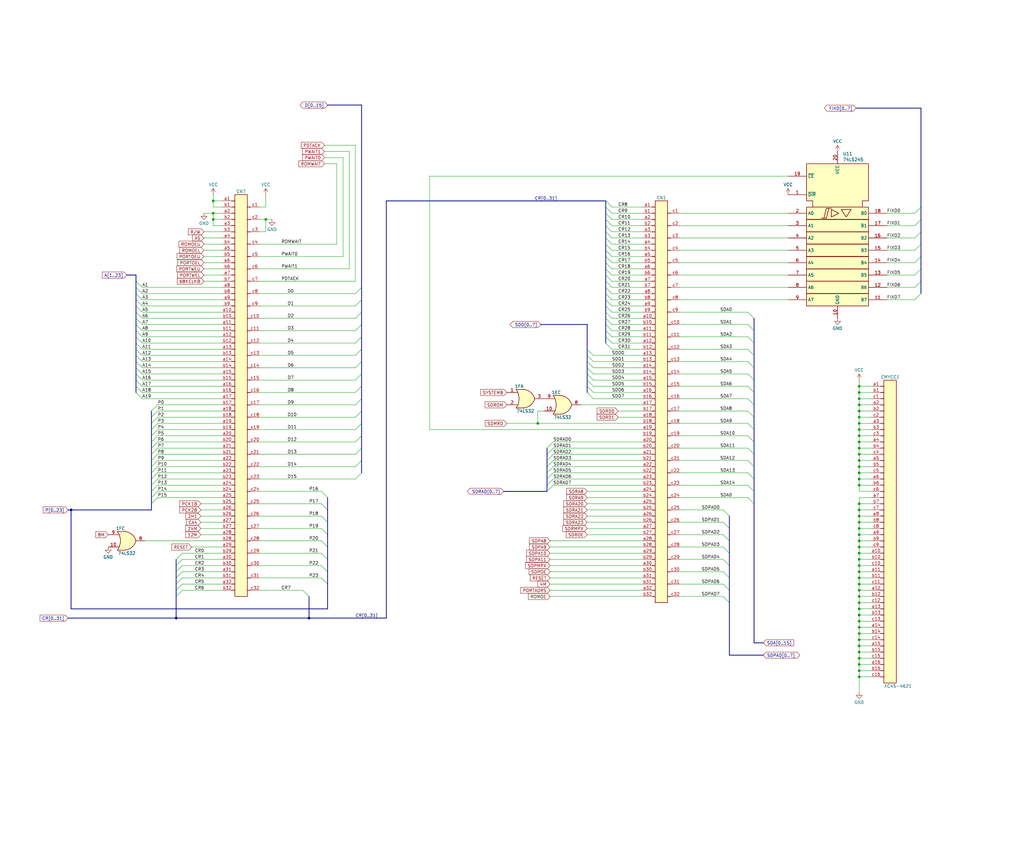
<source format=kicad_sch>
(kicad_sch (version 20230121) (generator eeschema)
  (paper "User" 420.827 349.377)
  (title_block (title "Daughterboard connectors") (date "2023-08-15") (company "SNK") (comment 3 "Converted by Frater ") (comment 4 "NEO-GEO MVS MV1F") (comment 9 "https://github.com/Neo-Geo-Hardwares/Schematics-MV1F"))
  (junction (at 353.06 250.19))
  (junction (at 127 254))
  (junction (at 353.06 275.59))
  (junction (at 353.06 255.27))
  (junction (at 353.06 189.23))
  (junction (at 220.98 173.99))
  (junction (at 29.21 209.55))
  (junction (at 353.06 262.89))
  (junction (at 353.06 270.51))
  (junction (at 353.06 166.37))
  (junction (at 353.06 194.31))
  (junction (at 353.06 179.07))
  (junction (at 353.06 260.35))
  (junction (at 353.06 257.81))
  (junction (at 353.06 171.45))
  (junction (at 353.06 217.17))
  (junction (at 353.06 209.55))
  (junction (at 353.06 273.05))
  (junction (at 353.06 265.43))
  (junction (at 353.06 212.09))
  (junction (at 353.06 237.49))
  (junction (at 87.63 90.17))
  (junction (at 353.06 219.71))
  (junction (at 353.06 227.33))
  (junction (at 353.06 161.29))
  (junction (at 353.06 163.83))
  (junction (at 353.06 191.77))
  (junction (at 353.06 199.39))
  (junction (at 353.06 181.61))
  (junction (at 353.06 232.41))
  (junction (at 353.06 173.99))
  (junction (at 353.06 196.85))
  (junction (at 353.06 186.69))
  (junction (at 353.06 176.53))
  (junction (at 353.06 229.87))
  (junction (at 353.06 214.63))
  (junction (at 109.22 90.17))
  (junction (at 353.06 207.01))
  (junction (at 353.06 242.57))
  (junction (at 353.06 240.03))
  (junction (at 353.06 234.95))
  (junction (at 353.06 184.15))
  (junction (at 353.06 278.13))
  (junction (at 353.06 168.91))
  (junction (at 353.06 252.73))
  (junction (at 353.06 222.25))
  (junction (at 87.63 87.63))
  (junction (at 87.63 82.55))
  (junction (at 353.06 247.65))
  (junction (at 353.06 158.75))
  (junction (at 353.06 245.11))
  (junction (at 72.39 254))
  (junction (at 353.06 224.79))
  (junction (at 353.06 267.97))
  (bus_entry (at 309.88 135.89) (size -2.54 -2.54))
  (bus_entry (at 55.88 148.59) (size 2.54 2.54))
  (bus_entry (at 55.88 161.29) (size 2.54 2.54))
  (bus_entry (at 309.88 201.93) (size -2.54 -2.54))
  (bus_entry (at 134.62 204.47) (size -2.54 -2.54))
  (bus_entry (at 148.59 179.07) (size -2.54 2.54))
  (bus_entry (at 299.72 232.41) (size -2.54 -2.54))
  (bus_entry (at 248.92 133.35) (size 2.54 2.54))
  (bus_entry (at 55.88 118.11) (size 2.54 2.54))
  (bus_entry (at 248.92 140.97) (size 2.54 2.54))
  (bus_entry (at 148.59 148.59) (size -2.54 2.54))
  (bus_entry (at 62.23 189.23) (size 2.54 -2.54))
  (bus_entry (at 62.23 204.47) (size 2.54 -2.54))
  (bus_entry (at 309.88 196.85) (size -2.54 -2.54))
  (bus_entry (at 248.92 113.03) (size 2.54 2.54))
  (bus_entry (at 55.88 156.21) (size 2.54 2.54))
  (bus_entry (at 248.92 115.57) (size 2.54 2.54))
  (bus_entry (at 134.62 219.71) (size -2.54 -2.54))
  (bus_entry (at 309.88 191.77) (size -2.54 -2.54))
  (bus_entry (at 55.88 143.51) (size 2.54 2.54))
  (bus_entry (at 62.23 181.61) (size 2.54 -2.54))
  (bus_entry (at 248.92 120.65) (size 2.54 2.54))
  (bus_entry (at 248.92 123.19) (size 2.54 2.54))
  (bus_entry (at 62.23 196.85) (size 2.54 -2.54))
  (bus_entry (at 62.23 194.31) (size 2.54 -2.54))
  (bus_entry (at 248.92 135.89) (size 2.54 2.54))
  (bus_entry (at 148.59 133.35) (size -2.54 2.54))
  (bus_entry (at 248.92 85.09) (size 2.54 2.54))
  (bus_entry (at 248.92 125.73) (size 2.54 2.54))
  (bus_entry (at 248.92 102.87) (size 2.54 2.54))
  (bus_entry (at 241.3 161.29) (size 2.54 2.54))
  (bus_entry (at 241.3 153.67) (size 2.54 2.54))
  (bus_entry (at 378.46 120.65) (size -2.54 2.54))
  (bus_entry (at 309.88 151.13) (size -2.54 -2.54))
  (bus_entry (at 134.62 209.55) (size -2.54 -2.54))
  (bus_entry (at 148.59 138.43) (size -2.54 2.54))
  (bus_entry (at 134.62 234.95) (size -2.54 -2.54))
  (bus_entry (at 299.72 242.57) (size -2.54 -2.54))
  (bus_entry (at 55.88 151.13) (size 2.54 2.54))
  (bus_entry (at 224.79 196.85) (size 2.54 -2.54))
  (bus_entry (at 299.72 212.09) (size -2.54 -2.54))
  (bus_entry (at 62.23 199.39) (size 2.54 -2.54))
  (bus_entry (at 378.46 90.17) (size -2.54 2.54))
  (bus_entry (at 55.88 153.67) (size 2.54 2.54))
  (bus_entry (at 148.59 194.31) (size -2.54 2.54))
  (bus_entry (at 62.23 186.69) (size 2.54 -2.54))
  (bus_entry (at 148.59 158.75) (size -2.54 2.54))
  (bus_entry (at 62.23 168.91) (size 2.54 -2.54))
  (bus_entry (at 55.88 123.19) (size 2.54 2.54))
  (bus_entry (at 148.59 168.91) (size -2.54 2.54))
  (bus_entry (at 62.23 171.45) (size 2.54 -2.54))
  (bus_entry (at 309.88 166.37) (size -2.54 -2.54))
  (bus_entry (at 127 245.11) (size -2.54 -2.54))
  (bus_entry (at 248.92 130.81) (size 2.54 2.54))
  (bus_entry (at 309.88 140.97) (size -2.54 -2.54))
  (bus_entry (at 72.39 245.11) (size 2.54 -2.54))
  (bus_entry (at 134.62 224.79) (size -2.54 -2.54))
  (bus_entry (at 224.79 186.69) (size 2.54 -2.54))
  (bus_entry (at 62.23 201.93) (size 2.54 -2.54))
  (bus_entry (at 62.23 179.07) (size 2.54 -2.54))
  (bus_entry (at 55.88 138.43) (size 2.54 2.54))
  (bus_entry (at 55.88 158.75) (size 2.54 2.54))
  (bus_entry (at 72.39 240.03) (size 2.54 -2.54))
  (bus_entry (at 148.59 184.15) (size -2.54 2.54))
  (bus_entry (at 299.72 237.49) (size -2.54 -2.54))
  (bus_entry (at 248.92 138.43) (size 2.54 2.54))
  (bus_entry (at 378.46 85.09) (size -2.54 2.54))
  (bus_entry (at 378.46 115.57) (size -2.54 2.54))
  (bus_entry (at 55.88 140.97) (size 2.54 2.54))
  (bus_entry (at 241.3 151.13) (size 2.54 2.54))
  (bus_entry (at 62.23 176.53) (size 2.54 -2.54))
  (bus_entry (at 55.88 130.81) (size 2.54 2.54))
  (bus_entry (at 309.88 156.21) (size -2.54 -2.54))
  (bus_entry (at 378.46 105.41) (size -2.54 2.54))
  (bus_entry (at 148.59 173.99) (size -2.54 2.54))
  (bus_entry (at 62.23 184.15) (size 2.54 -2.54))
  (bus_entry (at 224.79 184.15) (size 2.54 -2.54))
  (bus_entry (at 55.88 115.57) (size 2.54 2.54))
  (bus_entry (at 378.46 95.25) (size -2.54 2.54))
  (bus_entry (at 148.59 153.67) (size -2.54 2.54))
  (bus_entry (at 134.62 229.87) (size -2.54 -2.54))
  (bus_entry (at 148.59 128.27) (size -2.54 2.54))
  (bus_entry (at 248.92 107.95) (size 2.54 2.54))
  (bus_entry (at 224.79 194.31) (size 2.54 -2.54))
  (bus_entry (at 55.88 128.27) (size 2.54 2.54))
  (bus_entry (at 134.62 240.03) (size -2.54 -2.54))
  (bus_entry (at 62.23 173.99) (size 2.54 -2.54))
  (bus_entry (at 248.92 90.17) (size 2.54 2.54))
  (bus_entry (at 299.72 217.17) (size -2.54 -2.54))
  (bus_entry (at 224.79 191.77) (size 2.54 -2.54))
  (bus_entry (at 299.72 247.65) (size -2.54 -2.54))
  (bus_entry (at 224.79 199.39) (size 2.54 -2.54))
  (bus_entry (at 148.59 143.51) (size -2.54 2.54))
  (bus_entry (at 224.79 201.93) (size 2.54 -2.54))
  (bus_entry (at 309.88 130.81) (size -2.54 -2.54))
  (bus_entry (at 248.92 118.11) (size 2.54 2.54))
  (bus_entry (at 134.62 214.63) (size -2.54 -2.54))
  (bus_entry (at 241.3 143.51) (size 2.54 2.54))
  (bus_entry (at 72.39 234.95) (size 2.54 -2.54))
  (bus_entry (at 309.88 146.05) (size -2.54 -2.54))
  (bus_entry (at 55.88 125.73) (size 2.54 2.54))
  (bus_entry (at 62.23 191.77) (size 2.54 -2.54))
  (bus_entry (at 309.88 171.45) (size -2.54 -2.54))
  (bus_entry (at 248.92 92.71) (size 2.54 2.54))
  (bus_entry (at 248.92 97.79) (size 2.54 2.54))
  (bus_entry (at 309.88 181.61) (size -2.54 -2.54))
  (bus_entry (at 248.92 82.55) (size 2.54 2.54))
  (bus_entry (at 241.3 146.05) (size 2.54 2.54))
  (bus_entry (at 241.3 156.21) (size 2.54 2.54))
  (bus_entry (at 55.88 146.05) (size 2.54 2.54))
  (bus_entry (at 224.79 189.23) (size 2.54 -2.54))
  (bus_entry (at 55.88 133.35) (size 2.54 2.54))
  (bus_entry (at 248.92 87.63) (size 2.54 2.54))
  (bus_entry (at 62.23 207.01) (size 2.54 -2.54))
  (bus_entry (at 299.72 222.25) (size -2.54 -2.54))
  (bus_entry (at 309.88 186.69) (size -2.54 -2.54))
  (bus_entry (at 148.59 123.19) (size -2.54 2.54))
  (bus_entry (at 309.88 161.29) (size -2.54 -2.54))
  (bus_entry (at 55.88 120.65) (size 2.54 2.54))
  (bus_entry (at 148.59 189.23) (size -2.54 2.54))
  (bus_entry (at 299.72 227.33) (size -2.54 -2.54))
  (bus_entry (at 378.46 110.49) (size -2.54 2.54))
  (bus_entry (at 241.3 158.75) (size 2.54 2.54))
  (bus_entry (at 309.88 176.53) (size -2.54 -2.54))
  (bus_entry (at 248.92 100.33) (size 2.54 2.54))
  (bus_entry (at 378.46 100.33) (size -2.54 2.54))
  (bus_entry (at 72.39 242.57) (size 2.54 -2.54))
  (bus_entry (at 248.92 128.27) (size 2.54 2.54))
  (bus_entry (at 309.88 207.01) (size -2.54 -2.54))
  (bus_entry (at 248.92 105.41) (size 2.54 2.54))
  (bus_entry (at 248.92 110.49) (size 2.54 2.54))
  (bus_entry (at 148.59 163.83) (size -2.54 2.54))
  (bus_entry (at 72.39 237.49) (size 2.54 -2.54))
  (bus_entry (at 241.3 148.59) (size 2.54 2.54))
  (bus_entry (at 55.88 135.89) (size 2.54 2.54))
  (bus_entry (at 72.39 229.87) (size 2.54 -2.54))
  (bus_entry (at 248.92 95.25) (size 2.54 2.54))
  (bus_entry (at 148.59 118.11) (size -2.54 2.54))
  (bus_entry (at 72.39 232.41) (size 2.54 -2.54))
  (wire (pts (xy 87.63 92.71) (xy 87.63 90.17)))
  (wire (pts (xy 106.68 201.93) (xy 132.08 201.93)))
  (wire (pts (xy 279.4 97.79) (xy 323.85 97.79)))
  (wire (pts (xy 251.46 87.63) (xy 264.16 87.63)))
  (wire (pts (xy 353.06 252.73) (xy 358.14 252.73)))
  (wire (pts (xy 87.63 90.17) (xy 91.44 90.17)))
  (bus (pts (xy 55.88 113.03) (xy 55.88 115.57)))
  (wire (pts (xy 251.46 95.25) (xy 264.16 95.25)))
  (wire (pts (xy 353.06 184.15) (xy 358.14 184.15)))
  (bus (pts (xy 55.88 156.21) (xy 55.88 158.75)))
  (wire (pts (xy 83.82 97.79) (xy 91.44 97.79)))
  (wire (pts (xy 140.97 64.77) (xy 140.97 105.41)))
  (wire (pts (xy 227.33 186.69) (xy 264.16 186.69)))
  (wire (pts (xy 251.46 85.09) (xy 264.16 85.09)))
  (bus (pts (xy 241.3 156.21) (xy 241.3 158.75)))
  (wire (pts (xy 138.43 100.33) (xy 106.68 100.33)))
  (wire (pts (xy 353.06 278.13) (xy 353.06 275.59)))
  (wire (pts (xy 106.68 171.45) (xy 146.05 171.45)))
  (bus (pts (xy 309.88 191.77) (xy 309.88 196.85)))
  (wire (pts (xy 353.06 168.91) (xy 353.06 171.45)))
  (wire (pts (xy 279.4 128.27) (xy 307.34 128.27)))
  (wire (pts (xy 106.68 135.89) (xy 146.05 135.89)))
  (bus (pts (xy 148.59 148.59) (xy 148.59 153.67)))
  (bus (pts (xy 62.23 209.55) (xy 62.23 207.01)))
  (wire (pts (xy 106.68 217.17) (xy 132.08 217.17)))
  (wire (pts (xy 64.77 171.45) (xy 91.44 171.45)))
  (wire (pts (xy 226.06 240.03) (xy 264.16 240.03)))
  (bus (pts (xy 148.59 153.67) (xy 148.59 158.75)))
  (wire (pts (xy 74.93 234.95) (xy 91.44 234.95)))
  (bus (pts (xy 299.72 222.25) (xy 299.72 227.33)))
  (wire (pts (xy 223.52 168.91) (xy 220.98 168.91)))
  (wire (pts (xy 353.06 232.41) (xy 358.14 232.41)))
  (bus (pts (xy 158.75 254) (xy 158.75 82.55)))
  (bus (pts (xy 248.92 128.27) (xy 248.92 125.73)))
  (wire (pts (xy 133.35 59.69) (xy 146.05 59.69)))
  (wire (pts (xy 353.06 176.53) (xy 353.06 179.07)))
  (bus (pts (xy 148.59 163.83) (xy 148.59 168.91)))
  (wire (pts (xy 353.06 171.45) (xy 358.14 171.45)))
  (wire (pts (xy 353.06 273.05) (xy 358.14 273.05)))
  (bus (pts (xy 248.92 118.11) (xy 248.92 115.57)))
  (wire (pts (xy 364.49 102.87) (xy 375.92 102.87)))
  (wire (pts (xy 106.68 130.81) (xy 146.05 130.81)))
  (wire (pts (xy 83.82 115.57) (xy 91.44 115.57)))
  (bus (pts (xy 148.59 138.43) (xy 148.59 143.51)))
  (wire (pts (xy 353.06 158.75) (xy 353.06 156.21)))
  (wire (pts (xy 353.06 222.25) (xy 353.06 219.71)))
  (wire (pts (xy 106.68 151.13) (xy 146.05 151.13)))
  (wire (pts (xy 353.06 229.87) (xy 358.14 229.87)))
  (wire (pts (xy 358.14 201.93) (xy 353.06 201.93)))
  (wire (pts (xy 133.35 67.31) (xy 138.43 67.31)))
  (bus (pts (xy 309.88 130.81) (xy 309.88 135.89)))
  (wire (pts (xy 243.84 161.29) (xy 264.16 161.29)))
  (wire (pts (xy 106.68 237.49) (xy 132.08 237.49)))
  (wire (pts (xy 83.82 100.33) (xy 91.44 100.33)))
  (wire (pts (xy 353.06 240.03) (xy 353.06 237.49)))
  (wire (pts (xy 353.06 255.27) (xy 353.06 252.73)))
  (wire (pts (xy 109.22 80.01) (xy 109.22 85.09)))
  (wire (pts (xy 251.46 123.19) (xy 264.16 123.19)))
  (wire (pts (xy 353.06 173.99) (xy 358.14 173.99)))
  (bus (pts (xy 248.92 87.63) (xy 248.92 85.09)))
  (bus (pts (xy 351.79 44.45) (xy 378.46 44.45)))
  (bus (pts (xy 299.72 212.09) (xy 299.72 217.17)))
  (wire (pts (xy 58.42 163.83) (xy 91.44 163.83)))
  (bus (pts (xy 62.23 173.99) (xy 62.23 176.53)))
  (wire (pts (xy 353.06 179.07) (xy 353.06 181.61)))
  (wire (pts (xy 353.06 217.17) (xy 358.14 217.17)))
  (wire (pts (xy 64.77 186.69) (xy 91.44 186.69)))
  (wire (pts (xy 353.06 224.79) (xy 358.14 224.79)))
  (wire (pts (xy 241.3 214.63) (xy 264.16 214.63)))
  (bus (pts (xy 224.79 199.39) (xy 224.79 201.93)))
  (wire (pts (xy 251.46 133.35) (xy 264.16 133.35)))
  (wire (pts (xy 226.06 237.49) (xy 264.16 237.49)))
  (wire (pts (xy 83.82 102.87) (xy 91.44 102.87)))
  (wire (pts (xy 353.06 214.63) (xy 353.06 212.09)))
  (wire (pts (xy 176.53 72.39) (xy 323.85 72.39)))
  (wire (pts (xy 64.77 199.39) (xy 91.44 199.39)))
  (wire (pts (xy 353.06 275.59) (xy 358.14 275.59)))
  (bus (pts (xy 72.39 234.95) (xy 72.39 237.49)))
  (bus (pts (xy 248.92 92.71) (xy 248.92 90.17)))
  (bus (pts (xy 55.88 153.67) (xy 55.88 156.21)))
  (wire (pts (xy 353.06 234.95) (xy 353.06 232.41)))
  (wire (pts (xy 64.77 194.31) (xy 91.44 194.31)))
  (wire (pts (xy 227.33 181.61) (xy 264.16 181.61)))
  (wire (pts (xy 353.06 232.41) (xy 353.06 229.87)))
  (wire (pts (xy 279.4 118.11) (xy 323.85 118.11)))
  (wire (pts (xy 58.42 125.73) (xy 91.44 125.73)))
  (wire (pts (xy 251.46 138.43) (xy 264.16 138.43)))
  (wire (pts (xy 279.4 219.71) (xy 297.18 219.71)))
  (wire (pts (xy 353.06 212.09) (xy 353.06 209.55)))
  (bus (pts (xy 55.88 120.65) (xy 55.88 123.19)))
  (wire (pts (xy 58.42 135.89) (xy 91.44 135.89)))
  (wire (pts (xy 251.46 97.79) (xy 264.16 97.79)))
  (bus (pts (xy 299.72 227.33) (xy 299.72 232.41)))
  (wire (pts (xy 353.06 209.55) (xy 358.14 209.55)))
  (bus (pts (xy 309.88 156.21) (xy 309.88 161.29)))
  (wire (pts (xy 251.46 115.57) (xy 264.16 115.57)))
  (wire (pts (xy 227.33 189.23) (xy 264.16 189.23)))
  (bus (pts (xy 248.92 85.09) (xy 248.92 82.55)))
  (bus (pts (xy 62.23 196.85) (xy 62.23 199.39)))
  (wire (pts (xy 58.42 118.11) (xy 91.44 118.11)))
  (wire (pts (xy 279.4 173.99) (xy 307.34 173.99)))
  (wire (pts (xy 87.63 82.55) (xy 91.44 82.55)))
  (wire (pts (xy 83.82 105.41) (xy 91.44 105.41)))
  (wire (pts (xy 241.3 212.09) (xy 264.16 212.09)))
  (wire (pts (xy 143.51 62.23) (xy 143.51 110.49)))
  (wire (pts (xy 279.4 234.95) (xy 297.18 234.95)))
  (bus (pts (xy 72.39 245.11) (xy 72.39 254)))
  (bus (pts (xy 148.59 43.18) (xy 148.59 118.11)))
  (bus (pts (xy 72.39 229.87) (xy 72.39 232.41)))
  (wire (pts (xy 227.33 199.39) (xy 264.16 199.39)))
  (wire (pts (xy 251.46 110.49) (xy 264.16 110.49)))
  (bus (pts (xy 248.92 100.33) (xy 248.92 97.79)))
  (bus (pts (xy 309.88 196.85) (xy 309.88 201.93)))
  (bus (pts (xy 378.46 105.41) (xy 378.46 110.49)))
  (wire (pts (xy 353.06 257.81) (xy 358.14 257.81)))
  (wire (pts (xy 106.68 191.77) (xy 146.05 191.77)))
  (bus (pts (xy 241.3 158.75) (xy 241.3 161.29)))
  (wire (pts (xy 83.82 113.03) (xy 91.44 113.03)))
  (bus (pts (xy 127 245.11) (xy 127 254)))
  (wire (pts (xy 353.06 247.65) (xy 353.06 250.19)))
  (wire (pts (xy 279.4 158.75) (xy 307.34 158.75)))
  (wire (pts (xy 279.4 240.03) (xy 297.18 240.03)))
  (bus (pts (xy 248.92 120.65) (xy 248.92 118.11)))
  (wire (pts (xy 106.68 186.69) (xy 146.05 186.69)))
  (wire (pts (xy 74.93 242.57) (xy 91.44 242.57)))
  (wire (pts (xy 226.06 234.95) (xy 264.16 234.95)))
  (bus (pts (xy 148.59 189.23) (xy 148.59 194.31)))
  (wire (pts (xy 251.46 105.41) (xy 264.16 105.41)))
  (wire (pts (xy 251.46 130.81) (xy 264.16 130.81)))
  (bus (pts (xy 148.59 123.19) (xy 148.59 128.27)))
  (bus (pts (xy 378.46 90.17) (xy 378.46 95.25)))
  (wire (pts (xy 353.06 217.17) (xy 353.06 214.63)))
  (wire (pts (xy 353.06 222.25) (xy 358.14 222.25)))
  (bus (pts (xy 248.92 90.17) (xy 248.92 87.63)))
  (wire (pts (xy 106.68 207.01) (xy 132.08 207.01)))
  (wire (pts (xy 353.06 245.11) (xy 358.14 245.11)))
  (wire (pts (xy 353.06 158.75) (xy 353.06 161.29)))
  (bus (pts (xy 224.79 191.77) (xy 224.79 194.31)))
  (wire (pts (xy 353.06 227.33) (xy 358.14 227.33)))
  (wire (pts (xy 251.46 100.33) (xy 264.16 100.33)))
  (wire (pts (xy 64.77 181.61) (xy 91.44 181.61)))
  (bus (pts (xy 313.69 264.16) (xy 309.88 264.16)))
  (wire (pts (xy 64.77 196.85) (xy 91.44 196.85)))
  (wire (pts (xy 353.06 219.71) (xy 353.06 217.17)))
  (wire (pts (xy 106.68 166.37) (xy 146.05 166.37)))
  (wire (pts (xy 251.46 120.65) (xy 264.16 120.65)))
  (bus (pts (xy 309.88 201.93) (xy 309.88 207.01)))
  (wire (pts (xy 226.06 224.79) (xy 264.16 224.79)))
  (wire (pts (xy 353.06 275.59) (xy 353.06 273.05)))
  (wire (pts (xy 353.06 199.39) (xy 358.14 199.39)))
  (bus (pts (xy 248.92 97.79) (xy 248.92 95.25)))
  (wire (pts (xy 353.06 163.83) (xy 353.06 166.37)))
  (bus (pts (xy 313.69 269.24) (xy 299.72 269.24)))
  (wire (pts (xy 251.46 92.71) (xy 264.16 92.71)))
  (wire (pts (xy 58.42 151.13) (xy 91.44 151.13)))
  (bus (pts (xy 248.92 110.49) (xy 248.92 107.95)))
  (wire (pts (xy 106.68 176.53) (xy 146.05 176.53)))
  (wire (pts (xy 353.06 199.39) (xy 353.06 201.93)))
  (wire (pts (xy 353.06 262.89) (xy 358.14 262.89)))
  (wire (pts (xy 251.46 107.95) (xy 264.16 107.95)))
  (wire (pts (xy 64.77 173.99) (xy 91.44 173.99)))
  (bus (pts (xy 241.3 133.35) (xy 241.3 143.51)))
  (bus (pts (xy 55.88 115.57) (xy 55.88 118.11)))
  (bus (pts (xy 309.88 151.13) (xy 309.88 156.21)))
  (bus (pts (xy 62.23 186.69) (xy 62.23 189.23)))
  (wire (pts (xy 353.06 214.63) (xy 358.14 214.63)))
  (wire (pts (xy 279.4 209.55) (xy 297.18 209.55)))
  (bus (pts (xy 55.88 148.59) (xy 55.88 151.13)))
  (bus (pts (xy 72.39 232.41) (xy 72.39 234.95)))
  (wire (pts (xy 74.93 227.33) (xy 91.44 227.33)))
  (bus (pts (xy 241.3 148.59) (xy 241.3 151.13)))
  (wire (pts (xy 353.06 270.51) (xy 353.06 267.97)))
  (bus (pts (xy 127 254) (xy 158.75 254)))
  (bus (pts (xy 55.88 123.19) (xy 55.88 125.73)))
  (wire (pts (xy 279.4 107.95) (xy 323.85 107.95)))
  (bus (pts (xy 241.3 153.67) (xy 241.3 156.21)))
  (wire (pts (xy 353.06 161.29) (xy 353.06 163.83)))
  (wire (pts (xy 279.4 138.43) (xy 307.34 138.43)))
  (wire (pts (xy 251.46 102.87) (xy 264.16 102.87)))
  (bus (pts (xy 224.79 196.85) (xy 224.79 199.39)))
  (wire (pts (xy 279.4 113.03) (xy 323.85 113.03)))
  (wire (pts (xy 353.06 191.77) (xy 353.06 194.31)))
  (wire (pts (xy 83.82 107.95) (xy 91.44 107.95)))
  (wire (pts (xy 353.06 245.11) (xy 353.06 242.57)))
  (wire (pts (xy 83.82 110.49) (xy 91.44 110.49)))
  (bus (pts (xy 148.59 179.07) (xy 148.59 184.15)))
  (wire (pts (xy 241.3 207.01) (xy 264.16 207.01)))
  (bus (pts (xy 29.21 209.55) (xy 29.21 250.19)))
  (bus (pts (xy 248.92 102.87) (xy 248.92 100.33)))
  (bus (pts (xy 62.23 201.93) (xy 62.23 204.47)))
  (wire (pts (xy 64.77 184.15) (xy 91.44 184.15)))
  (wire (pts (xy 58.42 130.81) (xy 91.44 130.81)))
  (wire (pts (xy 74.93 229.87) (xy 91.44 229.87)))
  (bus (pts (xy 55.88 140.97) (xy 55.88 143.51)))
  (bus (pts (xy 148.59 118.11) (xy 148.59 123.19)))
  (bus (pts (xy 55.88 128.27) (xy 55.88 130.81)))
  (wire (pts (xy 279.4 163.83) (xy 307.34 163.83)))
  (bus (pts (xy 248.92 130.81) (xy 248.92 128.27)))
  (wire (pts (xy 279.4 229.87) (xy 297.18 229.87)))
  (bus (pts (xy 62.23 189.23) (xy 62.23 191.77)))
  (wire (pts (xy 353.06 196.85) (xy 353.06 199.39)))
  (wire (pts (xy 227.33 184.15) (xy 264.16 184.15)))
  (wire (pts (xy 106.68 95.25) (xy 109.22 95.25)))
  (wire (pts (xy 91.44 92.71) (xy 87.63 92.71)))
  (bus (pts (xy 134.62 219.71) (xy 134.62 224.79)))
  (wire (pts (xy 241.3 209.55) (xy 264.16 209.55)))
  (bus (pts (xy 55.88 118.11) (xy 55.88 120.65)))
  (wire (pts (xy 279.4 102.87) (xy 323.85 102.87)))
  (wire (pts (xy 254 171.45) (xy 264.16 171.45)))
  (bus (pts (xy 309.88 140.97) (xy 309.88 146.05)))
  (bus (pts (xy 378.46 95.25) (xy 378.46 100.33)))
  (bus (pts (xy 309.88 176.53) (xy 309.88 181.61)))
  (wire (pts (xy 138.43 67.31) (xy 138.43 100.33)))
  (wire (pts (xy 58.42 153.67) (xy 91.44 153.67)))
  (wire (pts (xy 358.14 250.19) (xy 353.06 250.19)))
  (wire (pts (xy 64.77 204.47) (xy 91.44 204.47)))
  (wire (pts (xy 58.42 133.35) (xy 91.44 133.35)))
  (wire (pts (xy 251.46 128.27) (xy 264.16 128.27)))
  (wire (pts (xy 243.84 151.13) (xy 264.16 151.13)))
  (bus (pts (xy 62.23 179.07) (xy 62.23 181.61)))
  (bus (pts (xy 62.23 191.77) (xy 62.23 194.31)))
  (wire (pts (xy 106.68 232.41) (xy 132.08 232.41)))
  (wire (pts (xy 251.46 135.89) (xy 264.16 135.89)))
  (wire (pts (xy 64.77 189.23) (xy 91.44 189.23)))
  (wire (pts (xy 353.06 237.49) (xy 358.14 237.49)))
  (wire (pts (xy 91.44 85.09) (xy 87.63 85.09)))
  (wire (pts (xy 353.06 229.87) (xy 353.06 227.33)))
  (wire (pts (xy 353.06 161.29) (xy 358.14 161.29)))
  (wire (pts (xy 226.06 242.57) (xy 264.16 242.57)))
  (wire (pts (xy 64.77 179.07) (xy 91.44 179.07)))
  (wire (pts (xy 279.4 184.15) (xy 307.34 184.15)))
  (wire (pts (xy 279.4 143.51) (xy 307.34 143.51)))
  (wire (pts (xy 353.06 242.57) (xy 358.14 242.57)))
  (wire (pts (xy 353.06 209.55) (xy 353.06 207.01)))
  (wire (pts (xy 227.33 194.31) (xy 264.16 194.31)))
  (wire (pts (xy 87.63 90.17) (xy 87.63 87.63)))
  (bus (pts (xy 148.59 173.99) (xy 148.59 179.07)))
  (bus (pts (xy 378.46 100.33) (xy 378.46 105.41)))
  (wire (pts (xy 353.06 278.13) (xy 358.14 278.13)))
  (wire (pts (xy 353.06 186.69) (xy 353.06 189.23)))
  (bus (pts (xy 207.01 201.93) (xy 224.79 201.93)))
  (bus (pts (xy 134.62 234.95) (xy 134.62 240.03)))
  (wire (pts (xy 227.33 196.85) (xy 264.16 196.85)))
  (wire (pts (xy 353.06 173.99) (xy 353.06 176.53)))
  (wire (pts (xy 353.06 234.95) (xy 358.14 234.95)))
  (bus (pts (xy 309.88 207.01) (xy 309.88 264.16)))
  (wire (pts (xy 353.06 166.37) (xy 353.06 168.91)))
  (wire (pts (xy 251.46 90.17) (xy 264.16 90.17)))
  (bus (pts (xy 55.88 130.81) (xy 55.88 133.35)))
  (wire (pts (xy 353.06 255.27) (xy 358.14 255.27)))
  (wire (pts (xy 251.46 118.11) (xy 264.16 118.11)))
  (wire (pts (xy 243.84 156.21) (xy 264.16 156.21)))
  (bus (pts (xy 248.92 133.35) (xy 248.92 130.81)))
  (wire (pts (xy 353.06 240.03) (xy 358.14 240.03)))
  (bus (pts (xy 309.88 166.37) (xy 309.88 171.45)))
  (wire (pts (xy 241.3 204.47) (xy 264.16 204.47)))
  (wire (pts (xy 58.42 161.29) (xy 91.44 161.29)))
  (bus (pts (xy 378.46 44.45) (xy 378.46 85.09)))
  (wire (pts (xy 106.68 146.05) (xy 146.05 146.05)))
  (wire (pts (xy 353.06 247.65) (xy 358.14 247.65)))
  (wire (pts (xy 353.06 179.07) (xy 358.14 179.07)))
  (bus (pts (xy 248.92 138.43) (xy 248.92 135.89)))
  (wire (pts (xy 353.06 166.37) (xy 358.14 166.37)))
  (wire (pts (xy 323.85 87.63) (xy 279.4 87.63)))
  (bus (pts (xy 72.39 237.49) (xy 72.39 240.03)))
  (bus (pts (xy 55.88 133.35) (xy 55.88 135.89)))
  (wire (pts (xy 106.68 161.29) (xy 146.05 161.29)))
  (wire (pts (xy 353.06 242.57) (xy 353.06 240.03)))
  (bus (pts (xy 55.88 138.43) (xy 55.88 140.97)))
  (bus (pts (xy 134.62 204.47) (xy 134.62 209.55)))
  (wire (pts (xy 279.4 199.39) (xy 307.34 199.39)))
  (bus (pts (xy 134.62 209.55) (xy 134.62 214.63)))
  (wire (pts (xy 58.42 128.27) (xy 91.44 128.27)))
  (wire (pts (xy 64.77 168.91) (xy 91.44 168.91)))
  (bus (pts (xy 134.62 43.18) (xy 148.59 43.18)))
  (wire (pts (xy 91.44 87.63) (xy 87.63 87.63)))
  (bus (pts (xy 299.72 237.49) (xy 299.72 242.57)))
  (wire (pts (xy 353.06 212.09) (xy 358.14 212.09)))
  (bus (pts (xy 134.62 224.79) (xy 134.62 229.87)))
  (wire (pts (xy 243.84 153.67) (xy 264.16 153.67)))
  (wire (pts (xy 353.06 186.69) (xy 358.14 186.69)))
  (wire (pts (xy 353.06 207.01) (xy 353.06 204.47)))
  (bus (pts (xy 55.88 125.73) (xy 55.88 128.27)))
  (wire (pts (xy 227.33 191.77) (xy 264.16 191.77)))
  (wire (pts (xy 241.3 201.93) (xy 264.16 201.93)))
  (wire (pts (xy 133.35 64.77) (xy 140.97 64.77)))
  (wire (pts (xy 353.06 247.65) (xy 353.06 245.11)))
  (bus (pts (xy 148.59 128.27) (xy 148.59 133.35)))
  (wire (pts (xy 251.46 143.51) (xy 264.16 143.51)))
  (wire (pts (xy 279.4 189.23) (xy 307.34 189.23)))
  (bus (pts (xy 134.62 214.63) (xy 134.62 219.71)))
  (bus (pts (xy 29.21 209.55) (xy 62.23 209.55)))
  (wire (pts (xy 241.3 217.17) (xy 264.16 217.17)))
  (wire (pts (xy 208.28 173.99) (xy 220.98 173.99)))
  (wire (pts (xy 353.06 168.91) (xy 358.14 168.91)))
  (wire (pts (xy 264.16 173.99) (xy 220.98 173.99)))
  (wire (pts (xy 74.93 232.41) (xy 91.44 232.41)))
  (bus (pts (xy 55.88 151.13) (xy 55.88 153.67)))
  (wire (pts (xy 243.84 163.83) (xy 264.16 163.83)))
  (bus (pts (xy 134.62 240.03) (xy 134.62 250.19)))
  (wire (pts (xy 106.68 242.57) (xy 124.46 242.57)))
  (wire (pts (xy 106.68 120.65) (xy 146.05 120.65)))
  (wire (pts (xy 58.42 143.51) (xy 91.44 143.51)))
  (wire (pts (xy 279.4 168.91) (xy 307.34 168.91)))
  (bus (pts (xy 299.72 232.41) (xy 299.72 237.49)))
  (wire (pts (xy 353.06 252.73) (xy 353.06 250.19)))
  (wire (pts (xy 106.68 125.73) (xy 146.05 125.73)))
  (wire (pts (xy 353.06 278.13) (xy 353.06 284.48)))
  (bus (pts (xy 309.88 161.29) (xy 309.88 166.37)))
  (wire (pts (xy 58.42 138.43) (xy 91.44 138.43)))
  (wire (pts (xy 353.06 207.01) (xy 358.14 207.01)))
  (wire (pts (xy 279.4 179.07) (xy 307.34 179.07)))
  (wire (pts (xy 251.46 140.97) (xy 264.16 140.97)))
  (bus (pts (xy 224.79 194.31) (xy 224.79 196.85)))
  (bus (pts (xy 248.92 105.41) (xy 248.92 102.87)))
  (wire (pts (xy 106.68 196.85) (xy 146.05 196.85)))
  (bus (pts (xy 158.75 82.55) (xy 248.92 82.55)))
  (bus (pts (xy 55.88 135.89) (xy 55.88 138.43)))
  (wire (pts (xy 109.22 95.25) (xy 109.22 90.17)))
  (bus (pts (xy 27.94 254) (xy 72.39 254)))
  (bus (pts (xy 52.07 113.03) (xy 55.88 113.03)))
  (bus (pts (xy 309.88 135.89) (xy 309.88 140.97)))
  (wire (pts (xy 364.49 107.95) (xy 375.92 107.95)))
  (bus (pts (xy 378.46 110.49) (xy 378.46 115.57)))
  (wire (pts (xy 87.63 85.09) (xy 87.63 82.55)))
  (wire (pts (xy 353.06 273.05) (xy 353.06 270.51)))
  (bus (pts (xy 62.23 199.39) (xy 62.23 201.93)))
  (wire (pts (xy 279.4 148.59) (xy 307.34 148.59)))
  (bus (pts (xy 378.46 85.09) (xy 378.46 90.17)))
  (wire (pts (xy 226.06 227.33) (xy 264.16 227.33)))
  (wire (pts (xy 364.49 87.63) (xy 375.92 87.63)))
  (wire (pts (xy 353.06 163.83) (xy 358.14 163.83)))
  (wire (pts (xy 353.06 176.53) (xy 358.14 176.53)))
  (wire (pts (xy 64.77 201.93) (xy 91.44 201.93)))
  (wire (pts (xy 140.97 105.41) (xy 106.68 105.41)))
  (wire (pts (xy 364.49 118.11) (xy 375.92 118.11)))
  (bus (pts (xy 62.23 204.47) (xy 62.23 207.01)))
  (wire (pts (xy 82.55 212.09) (xy 91.44 212.09)))
  (bus (pts (xy 55.88 146.05) (xy 55.88 148.59)))
  (wire (pts (xy 353.06 184.15) (xy 353.06 186.69)))
  (wire (pts (xy 83.82 95.25) (xy 91.44 95.25)))
  (wire (pts (xy 353.06 262.89) (xy 353.06 260.35)))
  (wire (pts (xy 82.55 209.55) (xy 91.44 209.55)))
  (wire (pts (xy 251.46 113.03) (xy 264.16 113.03)))
  (bus (pts (xy 72.39 240.03) (xy 72.39 242.57)))
  (wire (pts (xy 353.06 267.97) (xy 358.14 267.97)))
  (bus (pts (xy 134.62 229.87) (xy 134.62 234.95)))
  (wire (pts (xy 243.84 148.59) (xy 264.16 148.59)))
  (wire (pts (xy 58.42 123.19) (xy 91.44 123.19)))
  (bus (pts (xy 309.88 186.69) (xy 309.88 191.77)))
  (wire (pts (xy 364.49 123.19) (xy 375.92 123.19)))
  (wire (pts (xy 353.06 224.79) (xy 353.06 222.25)))
  (bus (pts (xy 299.72 247.65) (xy 299.72 269.24)))
  (wire (pts (xy 353.06 194.31) (xy 353.06 196.85)))
  (bus (pts (xy 224.79 184.15) (xy 224.79 186.69)))
  (bus (pts (xy 309.88 181.61) (xy 309.88 186.69)))
  (wire (pts (xy 82.55 219.71) (xy 91.44 219.71)))
  (bus (pts (xy 248.92 135.89) (xy 248.92 133.35)))
  (bus (pts (xy 241.3 151.13) (xy 241.3 153.67)))
  (wire (pts (xy 364.49 97.79) (xy 375.92 97.79)))
  (wire (pts (xy 279.4 194.31) (xy 307.34 194.31)))
  (wire (pts (xy 146.05 115.57) (xy 106.68 115.57)))
  (wire (pts (xy 353.06 189.23) (xy 358.14 189.23)))
  (wire (pts (xy 74.93 237.49) (xy 91.44 237.49)))
  (wire (pts (xy 254 168.91) (xy 264.16 168.91)))
  (wire (pts (xy 133.35 62.23) (xy 143.51 62.23)))
  (wire (pts (xy 241.3 219.71) (xy 264.16 219.71)))
  (wire (pts (xy 279.4 92.71) (xy 323.85 92.71)))
  (wire (pts (xy 279.4 133.35) (xy 307.34 133.35)))
  (bus (pts (xy 299.72 217.17) (xy 299.72 222.25)))
  (bus (pts (xy 224.79 186.69) (xy 224.79 189.23)))
  (bus (pts (xy 127 254) (xy 72.39 254)))
  (wire (pts (xy 176.53 176.53) (xy 176.53 72.39)))
  (bus (pts (xy 148.59 133.35) (xy 148.59 138.43)))
  (wire (pts (xy 82.55 217.17) (xy 91.44 217.17)))
  (wire (pts (xy 251.46 125.73) (xy 264.16 125.73)))
  (bus (pts (xy 241.3 143.51) (xy 241.3 146.05)))
  (wire (pts (xy 58.42 156.21) (xy 91.44 156.21)))
  (bus (pts (xy 29.21 250.19) (xy 134.62 250.19)))
  (wire (pts (xy 358.14 204.47) (xy 353.06 204.47)))
  (wire (pts (xy 106.68 212.09) (xy 132.08 212.09)))
  (wire (pts (xy 82.55 214.63) (xy 91.44 214.63)))
  (wire (pts (xy 64.77 176.53) (xy 91.44 176.53)))
  (wire (pts (xy 279.4 245.11) (xy 297.18 245.11)))
  (wire (pts (xy 279.4 153.67) (xy 307.34 153.67)))
  (wire (pts (xy 353.06 260.35) (xy 353.06 257.81)))
  (wire (pts (xy 353.06 194.31) (xy 358.14 194.31)))
  (bus (pts (xy 55.88 143.51) (xy 55.88 146.05)))
  (wire (pts (xy 143.51 110.49) (xy 106.68 110.49)))
  (bus (pts (xy 248.92 123.19) (xy 248.92 120.65)))
  (wire (pts (xy 364.49 92.71) (xy 375.92 92.71)))
  (bus (pts (xy 378.46 115.57) (xy 378.46 120.65)))
  (bus (pts (xy 148.59 184.15) (xy 148.59 189.23)))
  (bus (pts (xy 62.23 194.31) (xy 62.23 196.85)))
  (bus (pts (xy 248.92 125.73) (xy 248.92 123.19)))
  (bus (pts (xy 62.23 181.61) (xy 62.23 184.15)))
  (wire (pts (xy 279.4 204.47) (xy 307.34 204.47)))
  (wire (pts (xy 106.68 90.17) (xy 109.22 90.17)))
  (wire (pts (xy 58.42 140.97) (xy 91.44 140.97)))
  (wire (pts (xy 106.68 222.25) (xy 132.08 222.25)))
  (wire (pts (xy 109.22 90.17) (xy 111.76 90.17)))
  (wire (pts (xy 243.84 146.05) (xy 264.16 146.05)))
  (wire (pts (xy 243.84 158.75) (xy 264.16 158.75)))
  (bus (pts (xy 62.23 176.53) (xy 62.23 179.07)))
  (wire (pts (xy 353.06 196.85) (xy 358.14 196.85)))
  (wire (pts (xy 226.06 229.87) (xy 264.16 229.87)))
  (wire (pts (xy 353.06 191.77) (xy 358.14 191.77)))
  (bus (pts (xy 62.23 168.91) (xy 62.23 171.45)))
  (wire (pts (xy 353.06 265.43) (xy 353.06 262.89)))
  (wire (pts (xy 220.98 168.91) (xy 220.98 173.99)))
  (bus (pts (xy 148.59 143.51) (xy 148.59 148.59)))
  (wire (pts (xy 353.06 189.23) (xy 353.06 191.77)))
  (bus (pts (xy 62.23 171.45) (xy 62.23 173.99)))
  (bus (pts (xy 248.92 95.25) (xy 248.92 92.71)))
  (wire (pts (xy 353.06 260.35) (xy 358.14 260.35)))
  (wire (pts (xy 82.55 207.01) (xy 91.44 207.01)))
  (bus (pts (xy 309.88 146.05) (xy 309.88 151.13)))
  (wire (pts (xy 226.06 245.11) (xy 264.16 245.11)))
  (wire (pts (xy 353.06 237.49) (xy 353.06 234.95)))
  (bus (pts (xy 309.88 171.45) (xy 309.88 176.53)))
  (wire (pts (xy 353.06 219.71) (xy 358.14 219.71)))
  (wire (pts (xy 78.74 224.79) (xy 91.44 224.79)))
  (wire (pts (xy 106.68 227.33) (xy 132.08 227.33)))
  (wire (pts (xy 58.42 148.59) (xy 91.44 148.59)))
  (wire (pts (xy 353.06 257.81) (xy 353.06 255.27)))
  (wire (pts (xy 58.42 146.05) (xy 91.44 146.05)))
  (bus (pts (xy 148.59 158.75) (xy 148.59 163.83)))
  (wire (pts (xy 106.68 140.97) (xy 146.05 140.97)))
  (wire (pts (xy 87.63 87.63) (xy 83.82 87.63)))
  (wire (pts (xy 87.63 82.55) (xy 87.63 80.01)))
  (wire (pts (xy 58.42 120.65) (xy 91.44 120.65)))
  (wire (pts (xy 106.68 181.61) (xy 146.05 181.61)))
  (wire (pts (xy 279.4 224.79) (xy 297.18 224.79)))
  (wire (pts (xy 109.22 85.09) (xy 106.68 85.09)))
  (wire (pts (xy 353.06 265.43) (xy 358.14 265.43)))
  (bus (pts (xy 55.88 158.75) (xy 55.88 161.29)))
  (bus (pts (xy 222.25 133.35) (xy 241.3 133.35)))
  (wire (pts (xy 59.69 222.25) (xy 91.44 222.25)))
  (bus (pts (xy 148.59 168.91) (xy 148.59 173.99)))
  (wire (pts (xy 264.16 176.53) (xy 176.53 176.53)))
  (wire (pts (xy 353.06 158.75) (xy 358.14 158.75)))
  (wire (pts (xy 353.06 227.33) (xy 353.06 224.79)))
  (bus (pts (xy 248.92 113.03) (xy 248.92 110.49)))
  (wire (pts (xy 226.06 232.41) (xy 264.16 232.41)))
  (bus (pts (xy 248.92 115.57) (xy 248.92 113.03)))
  (wire (pts (xy 238.76 166.37) (xy 264.16 166.37)))
  (wire (pts (xy 58.42 158.75) (xy 91.44 158.75)))
  (bus (pts (xy 299.72 242.57) (xy 299.72 247.65)))
  (wire (pts (xy 353.06 181.61) (xy 358.14 181.61)))
  (wire (pts (xy 353.06 270.51) (xy 358.14 270.51)))
  (wire (pts (xy 64.77 191.77) (xy 91.44 191.77)))
  (wire (pts (xy 353.06 171.45) (xy 353.06 173.99)))
  (bus (pts (xy 27.94 209.55) (xy 29.21 209.55)))
  (bus (pts (xy 248.92 140.97) (xy 248.92 138.43)))
  (wire (pts (xy 226.06 222.25) (xy 264.16 222.25)))
  (wire (pts (xy 364.49 113.03) (xy 375.92 113.03)))
  (bus (pts (xy 62.23 184.15) (xy 62.23 186.69)))
  (wire (pts (xy 279.4 123.19) (xy 323.85 123.19)))
  (bus (pts (xy 224.79 189.23) (xy 224.79 191.77)))
  (wire (pts (xy 106.68 156.21) (xy 146.05 156.21)))
  (bus (pts (xy 248.92 107.95) (xy 248.92 105.41)))
  (wire (pts (xy 353.06 267.97) (xy 353.06 265.43)))
  (wire (pts (xy 353.06 181.61) (xy 353.06 184.15)))
  (wire (pts (xy 279.4 214.63) (xy 297.18 214.63)))
  (bus (pts (xy 241.3 146.05) (xy 241.3 148.59)))
  (wire (pts (xy 64.77 166.37) (xy 91.44 166.37)))
  (wire (pts (xy 146.05 59.69) (xy 146.05 115.57)))
  (bus (pts (xy 72.39 242.57) (xy 72.39 245.11)))
  (wire (pts (xy 74.93 240.03) (xy 91.44 240.03)))
  (label "CR9" (at 254 87.63 0))
  (label "D2" (at 118.11 130.81 0))
  (label "CR0" (at 80.01 227.33 0))
  (label "SDD7" (at 251.46 163.83 0))
  (label "CR[0..31]" (at 219.71 82.55 0))
  (label "FIXD2" (at 364.49 97.79 0))
  (label "P16" (at 127 201.93 0))
  (label "CR28" (at 254 135.89 0))
  (label "SDPAD0" (at 288.29 209.55 0))
  (label "P6" (at 64.77 181.61 0))
  (label "D10" (at 118.11 171.45 0))
  (label "D4" (at 118.11 140.97 0))
  (label "P18" (at 127 212.09 0))
  (label "P2" (at 64.77 171.45 0))
  (label "CR18" (at 254 110.49 0))
  (label "D0" (at 118.11 120.65 0))
  (label "CR26" (at 254 130.81 0))
  (label "A15" (at 58.42 153.67 0))
  (label "CR23" (at 254 123.19 0))
  (label "FIXD4" (at 364.49 107.95 0))
  (label "SDA9" (at 295.91 173.99 0))
  (label "SDA0" (at 295.91 128.27 0))
  (label "CR31" (at 254 143.51 0))
  (label "SDA6" (at 295.91 158.75 0))
  (label "D6" (at 118.11 151.13 0))
  (label "SDA5" (at 295.91 153.67 0))
  (label "P11" (at 64.77 194.31 0))
  (label "CR21" (at 254 118.11 0))
  (label "CR4" (at 80.01 237.49 0))
  (label "A4" (at 58.42 125.73 0))
  (label "CR2" (at 80.01 232.41 0))
  (label "P12" (at 64.77 196.85 0))
  (label "CR24" (at 254 125.73 0))
  (label "P13" (at 64.77 199.39 0))
  (label "CR25" (at 254 128.27 0))
  (label "P20" (at 127 222.25 0))
  (label "A18" (at 58.42 161.29 0))
  (label "A16" (at 58.42 156.21 0))
  (label "CR16" (at 254 105.41 0))
  (label "CR[0..31]" (at 146.05 254 0))
  (label "D15" (at 118.11 196.85 0))
  (label "SDRAD2" (at 227.33 186.69 0))
  (label "P19" (at 127 217.17 0))
  (label "A13" (at 58.42 148.59 0))
  (label "FIXD7" (at 364.49 123.19 0))
  (label "SDA7" (at 295.91 163.83 0))
  (label "FIXD3" (at 364.49 102.87 0))
  (label "PDTACK" (at 115.57 115.57 0))
  (label "CR8" (at 254 85.09 0))
  (label "CR15" (at 254 102.87 0))
  (label "SDA1" (at 295.91 133.35 0))
  (label "SDPAD6" (at 288.29 240.03 0))
  (label "A14" (at 58.42 151.13 0))
  (label "D11" (at 118.11 176.53 0))
  (label "SDD5" (at 251.46 158.75 0))
  (label "A19" (at 58.42 163.83 0))
  (label "SDRAD3" (at 227.33 189.23 0))
  (label "CR12" (at 254 95.25 0))
  (label "P10" (at 64.77 191.77 0))
  (label "SDA0" (at 295.91 204.47 0))
  (label "SDPAD3" (at 288.29 224.79 0))
  (label "SDRAD1" (at 227.33 184.15 0))
  (label "SDA10" (at 295.91 179.07 0))
  (label "D14" (at 118.11 191.77 0))
  (label "P7" (at 64.77 184.15 0))
  (label "SDPAD7" (at 288.29 245.11 0))
  (label "CR1" (at 80.01 229.87 0))
  (label "D8" (at 118.11 161.29 0))
  (label "CR20" (at 254 115.57 0))
  (label "P8" (at 64.77 186.69 0))
  (label "SDD0" (at 251.46 146.05 0))
  (label "CR30" (at 254 140.97 0))
  (label "P9" (at 64.77 189.23 0))
  (label "SDA8" (at 295.91 168.91 0))
  (label "D9" (at 118.11 166.37 0))
  (label "P23" (at 127 237.49 0))
  (label "A9" (at 58.42 138.43 0))
  (label "SDRAD0" (at 227.33 181.61 0))
  (label "A8" (at 58.42 135.89 0))
  (label "SDRAD4" (at 227.33 191.77 0))
  (label "CR13" (at 254 97.79 0))
  (label "CR14" (at 254 100.33 0))
  (label "A17" (at 58.42 158.75 0))
  (label "PWAIT0" (at 115.57 105.41 0))
  (label "FIXD6" (at 364.49 118.11 0))
  (label "FIXD0" (at 364.49 87.63 0))
  (label "A7" (at 58.42 133.35 0))
  (label "D13" (at 118.11 186.69 0))
  (label "FIXD1" (at 364.49 92.71 0))
  (label "CR27" (at 254 133.35 0))
  (label "SDPAD4" (at 288.29 229.87 0))
  (label "D5" (at 118.11 146.05 0))
  (label "SDD6" (at 251.46 161.29 0))
  (label "FIXD5" (at 364.49 113.03 0))
  (label "CR6" (at 80.01 242.57 0))
  (label "A6" (at 58.42 130.81 0))
  (label "CR3" (at 80.01 234.95 0))
  (label "CR19" (at 254 113.03 0))
  (label "A5" (at 58.42 128.27 0))
  (label "P5" (at 64.77 179.07 0))
  (label "P3" (at 64.77 173.99 0))
  (label "CR22" (at 254 120.65 0))
  (label "SDRAD5" (at 227.33 194.31 0))
  (label "SDA4" (at 295.91 148.59 0))
  (label "CR17" (at 254 107.95 0))
  (label "SDPAD2" (at 288.29 219.71 0))
  (label "SDA14" (at 295.91 199.39 0))
  (label "SDPAD5" (at 288.29 234.95 0))
  (label "SDA2" (at 295.91 138.43 0))
  (label "SDRAD6" (at 227.33 196.85 0))
  (label "CR10" (at 254 90.17 0))
  (label "P15" (at 64.77 204.47 0))
  (label "A12" (at 58.42 146.05 0))
  (label "P17" (at 127 207.01 0))
  (label "SDD2" (at 251.46 151.13 0))
  (label "ROMWAIT" (at 115.57 100.33 0))
  (label "D1" (at 118.11 125.73 0))
  (label "D3" (at 118.11 135.89 0))
  (label "A11" (at 58.42 143.51 0))
  (label "SDPAD1" (at 288.29 214.63 0))
  (label "CR5" (at 80.01 240.03 0))
  (label "SDD3" (at 251.46 153.67 0))
  (label "SDA3" (at 295.91 143.51 0))
  (label "CR29" (at 254 138.43 0))
  (label "A1" (at 58.42 118.11 0))
  (label "P22" (at 127 232.41 0))
  (label "A2" (at 58.42 120.65 0))
  (label "SDD4" (at 251.46 156.21 0))
  (label "CR7" (at 115.57 242.57 0))
  (label "SDA13" (at 295.91 194.31 0))
  (label "D7" (at 118.11 156.21 0))
  (label "P4" (at 64.77 176.53 0))
  (label "SDA12" (at 295.91 189.23 0))
  (label "D12" (at 118.11 181.61 0))
  (label "P1" (at 64.77 168.91 0))
  (label "SDA11" (at 295.91 184.15 0))
  (label "A3" (at 58.42 123.19 0))
  (label "CR11" (at 254 92.71 0))
  (label "PWAIT1" (at 115.57 110.49 0))
  (label "P21" (at 127 227.33 0))
  (label "SDRAD7" (at 227.33 199.39 0))
  (label "P14" (at 64.77 201.93 0))
  (label "A10" (at 58.42 140.97 0))
  (label "SDD1" (at 251.46 148.59 0))
  (label "P0" (at 64.77 166.37 0))
  (global_label "PCK1B" (shape input) (at 82.55 207.01 180) (property "Intersheetrefs" "${INTERSHEET_REFS}" (at 73.2753 207.01 0) (effects (justify right))))
  (global_label "SDPA8" (shape input) (at 226.06 222.25 180) (property "Intersheetrefs" "${INTERSHEET_REFS}" (at 217.0272 222.25 0) (effects (justify right))))
  (global_label "SDA[0..15]" (shape input) (at 313.69 264.16 0) (property "Intersheetrefs" "${INTERSHEET_REFS}" (at 326.7748 264.16 0) (effects (justify left))))
  (global_label "SDMRD" (shape input) (at 208.28 173.99 180) (property "Intersheetrefs" "${INTERSHEET_REFS}" (at 198.7029 173.99 0) (effects (justify right))))
  (global_label "RESET" (shape input) (at 226.06 237.49 180) (property "Intersheetrefs" "${INTERSHEET_REFS}" (at 217.3297 237.49 0) (effects (justify right))))
  (global_label "CR[0..31]" (shape input) (at 27.94 254 180) (property "Intersheetrefs" "${INTERSHEET_REFS}" (at 16.0647 254 0) (effects (justify right))))
  (global_label "SYSTEMB" (shape input) (at 208.28 161.29 180) (property "Intersheetrefs" "${INTERSHEET_REFS}" (at 196.9492 161.29 0) (effects (justify right))))
  (global_label "ROMOEU" (shape input) (at 83.82 100.33 180) (property "Intersheetrefs" "${INTERSHEET_REFS}" (at 72.9729 100.33 0) (effects (justify right))))
  (global_label "PORTWEU" (shape input) (at 83.82 110.49 180) (property "Intersheetrefs" "${INTERSHEET_REFS}" (at 72.0658 110.49 0) (effects (justify right))))
  (global_label "PWAIT0" (shape input) (at 133.35 64.77 180) (property "Intersheetrefs" "${INTERSHEET_REFS}" (at 123.7729 64.77 0) (effects (justify right))))
  (global_label "24M" (shape input) (at 82.55 217.17 180) (property "Intersheetrefs" "${INTERSHEET_REFS}" (at 75.6944 217.17 0) (effects (justify right))))
  (global_label "ROMOEL" (shape input) (at 83.82 102.87 180) (property "Intersheetrefs" "${INTERSHEET_REFS}" (at 73.2753 102.87 0) (effects (justify right))))
  (global_label "AS" (shape input) (at 83.82 97.79 180) (property "Intersheetrefs" "${INTERSHEET_REFS}" (at 78.5367 97.79 0) (effects (justify right))))
  (global_label "SDROE" (shape input) (at 241.3 219.71 180) (property "Intersheetrefs" "${INTERSHEET_REFS}" (at 232.0858 219.71 0) (effects (justify right))))
  (global_label "SDPOE" (shape input) (at 226.06 234.95 180) (property "Intersheetrefs" "${INTERSHEET_REFS}" (at 216.8458 234.95 0) (effects (justify right))))
  (global_label "PORTADRS" (shape input) (at 226.06 242.57 180) (property "Intersheetrefs" "${INTERSHEET_REFS}" (at 213.3986 242.57 0) (effects (justify right))))
  (global_label "12M" (shape input) (at 82.55 219.71 180) (property "Intersheetrefs" "${INTERSHEET_REFS}" (at 75.6944 219.71 0) (effects (justify right))))
  (global_label "ROMWAIT" (shape input) (at 133.35 67.31 180) (property "Intersheetrefs" "${INTERSHEET_REFS}" (at 122.2005 67.31 0) (effects (justify right))))
  (global_label "ROMOE" (shape input) (at 226.06 245.11 180) (property "Intersheetrefs" "${INTERSHEET_REFS}" (at 216.5434 245.11 0) (effects (justify right))))
  (global_label "SDRMPX" (shape input) (at 241.3 217.17 180) (property "Intersheetrefs" "${INTERSHEET_REFS}" (at 230.6344 217.17 0) (effects (justify right))))
  (global_label "SDRA20" (shape input) (at 241.3 207.01 180) (property "Intersheetrefs" "${INTERSHEET_REFS}" (at 231.0577 207.01 0) (effects (justify right))))
  (global_label "P[0..23]" (shape input) (at 27.94 209.55 180) (property "Intersheetrefs" "${INTERSHEET_REFS}" (at 17.1533 209.55 0) (effects (justify right))))
  (global_label "SDPAD[0..7]" (shape bidirectional) (at 313.69 269.24 0) (property "Intersheetrefs" "${INTERSHEET_REFS}" (at 329.2166 269.24 0) (effects (justify left))))
  (global_label "SDRD0" (shape input) (at 254 168.91 180) (property "Intersheetrefs" "${INTERSHEET_REFS}" (at 244.7858 168.91 0) (effects (justify right))))
  (global_label "SDRD1" (shape input) (at 254 171.45 180) (property "Intersheetrefs" "${INTERSHEET_REFS}" (at 244.7858 171.45 0) (effects (justify right))))
  (global_label "4M" (shape input) (at 226.06 240.03 180) (property "Intersheetrefs" "${INTERSHEET_REFS}" (at 220.4139 240.03 0) (effects (justify right))))
  (global_label "SDRA9" (shape input) (at 241.3 204.47 180) (property "Intersheetrefs" "${INTERSHEET_REFS}" (at 232.2672 204.47 0) (effects (justify right))))
  (global_label "RESET" (shape input) (at 78.74 224.79 180) (property "Intersheetrefs" "${INTERSHEET_REFS}" (at 70.0097 224.79 0) (effects (justify right))))
  (global_label "SDROM" (shape input) (at 208.28 166.37 180) (property "Intersheetrefs" "${INTERSHEET_REFS}" (at 198.8843 166.37 0) (effects (justify right))))
  (global_label "PORTOEL" (shape input) (at 83.82 107.95 180) (property "Intersheetrefs" "${INTERSHEET_REFS}" (at 72.4891 107.95 0) (effects (justify right))))
  (global_label "8M" (shape input) (at 44.45 219.71 180) (property "Intersheetrefs" "${INTERSHEET_REFS}" (at 38.8039 219.71 0) (effects (justify right))))
  (global_label "2H1" (shape input) (at 82.55 212.09 180) (property "Intersheetrefs" "${INTERSHEET_REFS}" (at 75.8153 212.09 0) (effects (justify right))))
  (global_label "FIXD[0..7]" (shape bidirectional) (at 351.79 44.45 180) (property "Intersheetrefs" "${INTERSHEET_REFS}" (at 338.1986 44.45 0) (effects (justify right))))
  (global_label "PDTACK" (shape input) (at 133.35 59.69 180) (property "Intersheetrefs" "${INTERSHEET_REFS}" (at 123.2286 59.69 0) (effects (justify right))))
  (global_label "PWAIT1" (shape input) (at 133.35 62.23 180) (property "Intersheetrefs" "${INTERSHEET_REFS}" (at 123.7729 62.23 0) (effects (justify right))))
  (global_label "CA4" (shape input) (at 82.55 214.63 180) (property "Intersheetrefs" "${INTERSHEET_REFS}" (at 75.9967 214.63 0) (effects (justify right))))
  (global_label "D[0..15]" (shape bidirectional) (at 134.62 43.18 180) (property "Intersheetrefs" "${INTERSHEET_REFS}" (at 122.722 43.18 0) (effects (justify right))))
  (global_label "SDPA10" (shape input) (at 226.06 227.33 180) (property "Intersheetrefs" "${INTERSHEET_REFS}" (at 215.8177 227.33 0) (effects (justify right))))
  (global_label "SDRA22" (shape input) (at 241.3 212.09 180) (property "Intersheetrefs" "${INTERSHEET_REFS}" (at 231.0577 212.09 0) (effects (justify right))))
  (global_label "PCK2B" (shape input) (at 82.55 209.55 180) (property "Intersheetrefs" "${INTERSHEET_REFS}" (at 73.2753 209.55 0) (effects (justify right))))
  (global_label "SDPMPX" (shape input) (at 226.06 232.41 180) (property "Intersheetrefs" "${INTERSHEET_REFS}" (at 215.3944 232.41 0) (effects (justify right))))
  (global_label "R{slash}W" (shape input) (at 83.82 95.25 180) (property "Intersheetrefs" "${INTERSHEET_REFS}" (at 76.7829 95.25 0) (effects (justify right))))
  (global_label "68KCLKB" (shape input) (at 83.82 115.57 180) (property "Intersheetrefs" "${INTERSHEET_REFS}" (at 72.3077 115.57 0) (effects (justify right))))
  (global_label "PORTOEU" (shape input) (at 83.82 105.41 180) (property "Intersheetrefs" "${INTERSHEET_REFS}" (at 72.1867 105.41 0) (effects (justify right))))
  (global_label "SDRAD[0..7]" (shape bidirectional) (at 207.01 201.93 180) (property "Intersheetrefs" "${INTERSHEET_REFS}" (at 191.4834 201.93 0) (effects (justify right))))
  (global_label "PORTWEL" (shape input) (at 83.82 113.03 180) (property "Intersheetrefs" "${INTERSHEET_REFS}" (at 72.3682 113.03 0) (effects (justify right))))
  (global_label "SDD[0..7]" (shape bidirectional) (at 222.25 133.35 180) (property "Intersheetrefs" "${INTERSHEET_REFS}" (at 209.082 133.35 0) (effects (justify right))))
  (global_label "SDPA9" (shape input) (at 226.06 224.79 180) (property "Intersheetrefs" "${INTERSHEET_REFS}" (at 217.0272 224.79 0) (effects (justify right))))
  (global_label "A[1..23]" (shape input) (at 52.07 113.03 180) (property "Intersheetrefs" "${INTERSHEET_REFS}" (at 41.4647 113.03 0) (effects (justify right))))
  (global_label "SDPA11" (shape input) (at 226.06 229.87 180) (property "Intersheetrefs" "${INTERSHEET_REFS}" (at 215.8177 229.87 0) (effects (justify right))))
  (global_label "SDRA21" (shape input) (at 241.3 209.55 180) (property "Intersheetrefs" "${INTERSHEET_REFS}" (at 231.0577 209.55 0) (effects (justify right))))
  (global_label "SDRA23" (shape input) (at 241.3 214.63 180) (property "Intersheetrefs" "${INTERSHEET_REFS}" (at 231.0577 214.63 0) (effects (justify right))))
  (global_label "SDRA8" (shape input) (at 241.3 201.93 180) (property "Intersheetrefs" "${INTERSHEET_REFS}" (at 232.2672 201.93 0) (effects (justify right))))
  (symbol (lib_id "0-Custom-SNK:DIN41612_03x32_AC") (at 99.06 163.83 0) (unit 1)
    (property "Reference" "CN7" (at 99.06 78.74 0))
    (property "Value" "DIN41612_03x32_AC" (effects hide))
  )
  (symbol (lib_id "74xx:74LS32") (at 52.07 222.25 0) (unit 3)
    (property "Reference" "1F" (at 49.53 217.17 0))
    (property "Value" "74LS32" (at 52.07 227.33 0))
    (property "Footprint" "Package_DIP:DIP-14_W7.62mm" (effects hide))
    (property "Datasheet" "http://www.ti.com/lit/gpn/sn74LS32" (effects hide))
  )
  (symbol (lib_id "power:GND") (at 353.06 284.48 0) (unit 1)
    (property "Reference" "#PWR0147" (effects hide))
    (property "Value" "GND" (at 353.06 288.6131 0))
  )
  (symbol (lib_id "power:VCC") (at 87.63 80.01 0) (unit 1)
    (property "Reference" "#PWR0139" (effects hide))
    (property "Value" "VCC" (at 87.63 75.8769 0))
  )
  (symbol (lib_id "power:GND") (at 44.45 224.79 0) (unit 1)
    (property "Reference" "#PWR0140" (effects hide))
    (property "Value" "GND" (at 44.45 228.9231 0))
  )
  (symbol (lib_id "power:GND") (at 344.17 130.81 0) (unit 1)
    (property "Reference" "#PWR0145" (effects hide))
    (property "Value" "GND" (at 344.17 134.9431 0))
  )
  (symbol (lib_id "power:GND") (at 83.82 87.63 0) (unit 1)
    (property "Reference" "#PWR0138" (effects hide))
    (property "Value" "GND" (at 83.82 91.7631 0))
  )
  (symbol (lib_id "0-Custom-SNK:DIN41612_03x16_AC-1Row") (at 365.76 217.17 0) (unit 1)
    (property "Reference" "CMYCC1" (at 361.95 154.94 0) (effects (justify left)))
    (property "Value" "XC45-4621" (at 363.22 281.94 0) (effects (justify left)))
  )
  (symbol (lib_id "power:VCC") (at 344.17 62.23 0) (unit 1)
    (property "Reference" "#PWR0144" (effects hide))
    (property "Value" "VCC" (at 344.17 58.0969 0))
  )
  (symbol (lib_id "power:VCC") (at 353.06 156.21 0) (unit 1)
    (property "Reference" "#PWR0146" (effects hide))
    (property "Value" "VCC" (at 353.06 152.0769 0))
  )
  (symbol (lib_id "74xx_IEEE:74LS245") (at 344.17 100.33 0) (unit 1)
    (property "Reference" "U11" (at 346.3641 63.1657 0) (effects (justify left)))
    (property "Value" "74LS245" (at 346.3641 65.5899 0) (effects (justify left)))
  )
  (symbol (lib_id "74xx:74LS32") (at 231.14 166.37 0) (unit 3)
    (property "Reference" "1E" (at 228.6 161.29 0))
    (property "Value" "74LS32" (at 231.14 171.45 0))
    (property "Footprint" "Package_DIP:DIP-14_W7.62mm" (effects hide))
    (property "Datasheet" "http://www.ti.com/lit/gpn/sn74LS32" (effects hide))
  )
  (symbol (lib_id "0-Custom-SNK:DIN41612_03x32_AC") (at 271.78 166.37 0) (unit 1)
    (property "Reference" "CN1" (at 271.78 81.28 0))
    (property "Value" "DIN41612_03x32_AC" (effects hide))
  )
  (symbol (lib_id "74xx:74LS32") (at 215.9 163.83 0) (unit 1)
    (property "Reference" "1F" (at 213.36 158.75 0))
    (property "Value" "74LS32" (at 215.9 168.91 0))
    (property "Footprint" "Package_DIP:DIP-14_W7.62mm" (effects hide))
    (property "Datasheet" "http://www.ti.com/lit/gpn/sn74LS32" (effects hide))
  )
  (symbol (lib_id "power:VCC") (at 109.22 80.01 0) (unit 1)
    (property "Reference" "#PWR0141" (effects hide))
    (property "Value" "VCC" (at 109.22 75.8769 0))
  )
  (symbol (lib_id "power:GND") (at 111.76 90.17 0) (unit 1)
    (property "Reference" "#PWR0142" (effects hide))
    (property "Value" "GND" (at 111.76 94.3031 0))
  )
  (symbol (lib_id "power:VCC") (at 323.85 80.01 0) (unit 1)
    (property "Reference" "#PWR0143" (effects hide))
    (property "Value" "VCC" (at 323.85 75.8769 0))
  )
)
</source>
